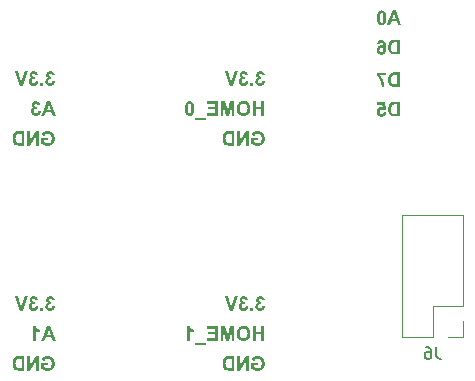
<source format=gbr>
%TF.GenerationSoftware,KiCad,Pcbnew,8.0.7*%
%TF.CreationDate,2024-12-10T11:40:38+09:00*%
%TF.ProjectId,STEP100-200-switch-id-shield,53544550-3130-4302-9d32-30302d737769,rev?*%
%TF.SameCoordinates,Original*%
%TF.FileFunction,Legend,Bot*%
%TF.FilePolarity,Positive*%
%FSLAX46Y46*%
G04 Gerber Fmt 4.6, Leading zero omitted, Abs format (unit mm)*
G04 Created by KiCad (PCBNEW 8.0.7) date 2024-12-10 11:40:38*
%MOMM*%
%LPD*%
G01*
G04 APERTURE LIST*
%ADD10C,0.200000*%
%ADD11C,0.150000*%
%ADD12C,0.120000*%
G04 APERTURE END LIST*
D10*
G36*
X170128073Y-107248000D02*
G01*
X169668799Y-107248000D01*
X169635868Y-107247596D01*
X169575088Y-107244372D01*
X169514812Y-107236892D01*
X169452791Y-107222207D01*
X169439482Y-107217740D01*
X169383868Y-107194973D01*
X169330288Y-107164565D01*
X169281332Y-107124901D01*
X169276113Y-107119704D01*
X169237100Y-107074564D01*
X169202959Y-107023085D01*
X169173691Y-106965268D01*
X169152079Y-106909479D01*
X169147572Y-106895689D01*
X169132450Y-106837299D01*
X169121981Y-106773744D01*
X169116638Y-106713896D01*
X169114856Y-106650093D01*
X169115024Y-106638662D01*
X169367208Y-106638662D01*
X169367597Y-106673055D01*
X169370712Y-106736289D01*
X169377937Y-106798582D01*
X169392121Y-106861998D01*
X169396866Y-106876926D01*
X169420404Y-106932267D01*
X169456015Y-106979528D01*
X169497003Y-107008267D01*
X169554200Y-107029939D01*
X169576797Y-107034508D01*
X169638314Y-107040278D01*
X169701919Y-107041663D01*
X169883928Y-107041663D01*
X169883928Y-106235076D01*
X169774312Y-106235076D01*
X169765084Y-106235087D01*
X169698163Y-106236003D01*
X169637547Y-106238785D01*
X169574131Y-106246799D01*
X169569868Y-106247760D01*
X169511629Y-106268635D01*
X169461290Y-106304245D01*
X169450464Y-106315318D01*
X169415414Y-106366143D01*
X169392121Y-106422068D01*
X169384944Y-106447294D01*
X169374239Y-106507321D01*
X169368765Y-106572259D01*
X169367208Y-106638662D01*
X169115024Y-106638662D01*
X169115475Y-106608085D01*
X169118720Y-106548284D01*
X169126023Y-106483387D01*
X169137113Y-106423735D01*
X169154424Y-106361984D01*
X169167676Y-106326327D01*
X169196002Y-106266615D01*
X169230077Y-106212653D01*
X169269902Y-106164441D01*
X169294361Y-106140364D01*
X169342102Y-106103084D01*
X169394619Y-106073594D01*
X169451912Y-106051893D01*
X169495967Y-106041763D01*
X169556258Y-106033827D01*
X169619387Y-106029847D01*
X169681988Y-106028739D01*
X170128073Y-106028739D01*
X170128073Y-107248000D01*
G37*
G36*
X168962742Y-106899221D02*
G01*
X168732079Y-106872842D01*
X168719165Y-106932661D01*
X168692895Y-106986115D01*
X168673461Y-107010009D01*
X168624628Y-107046193D01*
X168565442Y-107060372D01*
X168561500Y-107060421D01*
X168502219Y-107050323D01*
X168451577Y-107020029D01*
X168438695Y-107007665D01*
X168406055Y-106955710D01*
X168391434Y-106897920D01*
X168388283Y-106847930D01*
X168394170Y-106784973D01*
X168416310Y-106725930D01*
X168438108Y-106697867D01*
X168487484Y-106663606D01*
X168548416Y-106648531D01*
X168567948Y-106647748D01*
X168628226Y-106656907D01*
X168684497Y-106684385D01*
X168731716Y-106724776D01*
X168746734Y-106741538D01*
X168934605Y-106712521D01*
X168815903Y-106047497D01*
X168203635Y-106047497D01*
X168203635Y-106272591D01*
X168640341Y-106272591D01*
X168676685Y-106484203D01*
X168623073Y-106459841D01*
X168563640Y-106444797D01*
X168518415Y-106441412D01*
X168453226Y-106446755D01*
X168392552Y-106462786D01*
X168336394Y-106489503D01*
X168284753Y-106526908D01*
X168257271Y-106553080D01*
X168215473Y-106605004D01*
X168183941Y-106663323D01*
X168162675Y-106728038D01*
X168152618Y-106788598D01*
X168150000Y-106842654D01*
X168154137Y-106906022D01*
X168166549Y-106966362D01*
X168187236Y-107023671D01*
X168216197Y-107077952D01*
X168236461Y-107107609D01*
X168275521Y-107153457D01*
X168328305Y-107198218D01*
X168387539Y-107231788D01*
X168453223Y-107254168D01*
X168512888Y-107264271D01*
X168563845Y-107266757D01*
X168624429Y-107263254D01*
X168689614Y-107250311D01*
X168748881Y-107227831D01*
X168802230Y-107195814D01*
X168836713Y-107167106D01*
X168878807Y-107120227D01*
X168912768Y-107066784D01*
X168938593Y-107006778D01*
X168954256Y-106950120D01*
X168962742Y-106899221D01*
G37*
G36*
X170128073Y-104748000D02*
G01*
X169668799Y-104748000D01*
X169635868Y-104747596D01*
X169575088Y-104744372D01*
X169514812Y-104736892D01*
X169452791Y-104722207D01*
X169439482Y-104717740D01*
X169383868Y-104694973D01*
X169330288Y-104664565D01*
X169281332Y-104624901D01*
X169276113Y-104619704D01*
X169237100Y-104574564D01*
X169202959Y-104523085D01*
X169173691Y-104465268D01*
X169152079Y-104409479D01*
X169147572Y-104395689D01*
X169132450Y-104337299D01*
X169121981Y-104273744D01*
X169116638Y-104213896D01*
X169114856Y-104150093D01*
X169115024Y-104138662D01*
X169367208Y-104138662D01*
X169367597Y-104173055D01*
X169370712Y-104236289D01*
X169377937Y-104298582D01*
X169392121Y-104361998D01*
X169396866Y-104376926D01*
X169420404Y-104432267D01*
X169456015Y-104479528D01*
X169497003Y-104508267D01*
X169554200Y-104529939D01*
X169576797Y-104534508D01*
X169638314Y-104540278D01*
X169701919Y-104541663D01*
X169883928Y-104541663D01*
X169883928Y-103735076D01*
X169774312Y-103735076D01*
X169765084Y-103735087D01*
X169698163Y-103736003D01*
X169637547Y-103738785D01*
X169574131Y-103746799D01*
X169569868Y-103747760D01*
X169511629Y-103768635D01*
X169461290Y-103804245D01*
X169450464Y-103815318D01*
X169415414Y-103866143D01*
X169392121Y-103922068D01*
X169384944Y-103947294D01*
X169374239Y-104007321D01*
X169368765Y-104072259D01*
X169367208Y-104138662D01*
X169115024Y-104138662D01*
X169115475Y-104108085D01*
X169118720Y-104048284D01*
X169126023Y-103983387D01*
X169137113Y-103923735D01*
X169154424Y-103861984D01*
X169167676Y-103826327D01*
X169196002Y-103766615D01*
X169230077Y-103712653D01*
X169269902Y-103664441D01*
X169294361Y-103640364D01*
X169342102Y-103603084D01*
X169394619Y-103573594D01*
X169451912Y-103551893D01*
X169495967Y-103541763D01*
X169556258Y-103533827D01*
X169619387Y-103529847D01*
X169681988Y-103528739D01*
X170128073Y-103528739D01*
X170128073Y-104748000D01*
G37*
G36*
X168965966Y-103772591D02*
G01*
X168965966Y-103547497D01*
X168173740Y-103547497D01*
X168173740Y-103716318D01*
X168216850Y-103762942D01*
X168254048Y-103809358D01*
X168291472Y-103861730D01*
X168329123Y-103920058D01*
X168360672Y-103973213D01*
X168373335Y-103995634D01*
X168403852Y-104052986D01*
X168432022Y-104111468D01*
X168457845Y-104171081D01*
X168481321Y-104231824D01*
X168502450Y-104293698D01*
X168521232Y-104356703D01*
X168528087Y-104382221D01*
X168543349Y-104445093D01*
X168555977Y-104505846D01*
X168565972Y-104564482D01*
X168574490Y-104632049D01*
X168579216Y-104696565D01*
X168580258Y-104748000D01*
X168803593Y-104748000D01*
X168800695Y-104685273D01*
X168794929Y-104622245D01*
X168786296Y-104558914D01*
X168774797Y-104495281D01*
X168760431Y-104431346D01*
X168743198Y-104367109D01*
X168723099Y-104302569D01*
X168700132Y-104237727D01*
X168674706Y-104173527D01*
X168647229Y-104111057D01*
X168617700Y-104050318D01*
X168586120Y-103991311D01*
X168552487Y-103934034D01*
X168516803Y-103878489D01*
X168479068Y-103824675D01*
X168439281Y-103772591D01*
X168965966Y-103772591D01*
G37*
G36*
X170128073Y-101998000D02*
G01*
X169668799Y-101998000D01*
X169635868Y-101997596D01*
X169575088Y-101994372D01*
X169514812Y-101986892D01*
X169452791Y-101972207D01*
X169439482Y-101967740D01*
X169383868Y-101944973D01*
X169330288Y-101914565D01*
X169281332Y-101874901D01*
X169276113Y-101869704D01*
X169237100Y-101824564D01*
X169202959Y-101773085D01*
X169173691Y-101715268D01*
X169152079Y-101659479D01*
X169147572Y-101645689D01*
X169132450Y-101587299D01*
X169121981Y-101523744D01*
X169116638Y-101463896D01*
X169114856Y-101400093D01*
X169115024Y-101388662D01*
X169367208Y-101388662D01*
X169367597Y-101423055D01*
X169370712Y-101486289D01*
X169377937Y-101548582D01*
X169392121Y-101611998D01*
X169396866Y-101626926D01*
X169420404Y-101682267D01*
X169456015Y-101729528D01*
X169497003Y-101758267D01*
X169554200Y-101779939D01*
X169576797Y-101784508D01*
X169638314Y-101790278D01*
X169701919Y-101791663D01*
X169883928Y-101791663D01*
X169883928Y-100985076D01*
X169774312Y-100985076D01*
X169765084Y-100985087D01*
X169698163Y-100986003D01*
X169637547Y-100988785D01*
X169574131Y-100996799D01*
X169569868Y-100997760D01*
X169511629Y-101018635D01*
X169461290Y-101054245D01*
X169450464Y-101065318D01*
X169415414Y-101116143D01*
X169392121Y-101172068D01*
X169384944Y-101197294D01*
X169374239Y-101257321D01*
X169368765Y-101322259D01*
X169367208Y-101388662D01*
X169115024Y-101388662D01*
X169115475Y-101358085D01*
X169118720Y-101298284D01*
X169126023Y-101233387D01*
X169137113Y-101173735D01*
X169154424Y-101111984D01*
X169167676Y-101076327D01*
X169196002Y-101016615D01*
X169230077Y-100962653D01*
X169269902Y-100914441D01*
X169294361Y-100890364D01*
X169342102Y-100853084D01*
X169394619Y-100823594D01*
X169451912Y-100801893D01*
X169495967Y-100791763D01*
X169556258Y-100783827D01*
X169619387Y-100779847D01*
X169681988Y-100778739D01*
X170128073Y-100778739D01*
X170128073Y-101998000D01*
G37*
G36*
X168548501Y-100779315D02*
G01*
X168617737Y-100787953D01*
X168681821Y-100806957D01*
X168740753Y-100836327D01*
X168794533Y-100876063D01*
X168843161Y-100926164D01*
X168865107Y-100955387D01*
X168896888Y-101011362D01*
X168922672Y-101076425D01*
X168938982Y-101135018D01*
X168951455Y-101199427D01*
X168960090Y-101269652D01*
X168964887Y-101345693D01*
X168965966Y-101406541D01*
X168965851Y-101426678D01*
X168963089Y-101503665D01*
X168956646Y-101574955D01*
X168946521Y-101640548D01*
X168932713Y-101700444D01*
X168910276Y-101767302D01*
X168882086Y-101825259D01*
X168848143Y-101874315D01*
X168833160Y-101891564D01*
X168785147Y-101936633D01*
X168732538Y-101971688D01*
X168675334Y-101996726D01*
X168613534Y-102011750D01*
X168547138Y-102016757D01*
X168495342Y-102014081D01*
X168437173Y-102003805D01*
X168374804Y-101982074D01*
X168318354Y-101949853D01*
X168267822Y-101907141D01*
X168230869Y-101863511D01*
X168197419Y-101806227D01*
X168174376Y-101742071D01*
X168162908Y-101681611D01*
X168159786Y-101628118D01*
X168385645Y-101628118D01*
X168386690Y-101657111D01*
X168397722Y-101715892D01*
X168428436Y-101767923D01*
X168476650Y-101799796D01*
X168535708Y-101810421D01*
X168548106Y-101809965D01*
X168606156Y-101794007D01*
X168654410Y-101758544D01*
X168677106Y-101729729D01*
X168700157Y-101671263D01*
X168706287Y-101610533D01*
X168705568Y-101589577D01*
X168693300Y-101530578D01*
X168660272Y-101479814D01*
X168657357Y-101477073D01*
X168605279Y-101445053D01*
X168547138Y-101435264D01*
X168538583Y-101435446D01*
X168480180Y-101448416D01*
X168431953Y-101481866D01*
X168411693Y-101508372D01*
X168391117Y-101565744D01*
X168385645Y-101628118D01*
X168159786Y-101628118D01*
X168159085Y-101616101D01*
X168161611Y-101564158D01*
X168171311Y-101505906D01*
X168191821Y-101443571D01*
X168222233Y-101387295D01*
X168262547Y-101337078D01*
X168289062Y-101311731D01*
X168338594Y-101275504D01*
X168392109Y-101249628D01*
X168449607Y-101234103D01*
X168511088Y-101228928D01*
X168572784Y-101235321D01*
X168629204Y-101254500D01*
X168680348Y-101286465D01*
X168726217Y-101331217D01*
X168724422Y-101305399D01*
X168717278Y-101234680D01*
X168707496Y-101174058D01*
X168690350Y-101108936D01*
X168662323Y-101052780D01*
X168645927Y-101033275D01*
X168598140Y-100998035D01*
X168538346Y-100985076D01*
X168502721Y-100988885D01*
X168448367Y-101017316D01*
X168420376Y-101058055D01*
X168405575Y-101116381D01*
X168181360Y-101092347D01*
X168184694Y-101073507D01*
X168200402Y-101012038D01*
X168222393Y-100957525D01*
X168255219Y-100903743D01*
X168296252Y-100859046D01*
X168344356Y-100823912D01*
X168398394Y-100798816D01*
X168458368Y-100783758D01*
X168524277Y-100778739D01*
X168548501Y-100779315D01*
G37*
G36*
X170250000Y-99498000D02*
G01*
X169991200Y-99498000D01*
X169891549Y-99216632D01*
X169408241Y-99216632D01*
X169302728Y-99498000D01*
X169037480Y-99498000D01*
X169231038Y-99010295D01*
X169486789Y-99010295D01*
X169816517Y-99010295D01*
X169653265Y-98578865D01*
X169486789Y-99010295D01*
X169231038Y-99010295D01*
X169521374Y-98278739D01*
X169779295Y-98278739D01*
X170250000Y-99498000D01*
G37*
G36*
X168627370Y-98281766D02*
G01*
X168685952Y-98293389D01*
X168747421Y-98317967D01*
X168801484Y-98354409D01*
X168848143Y-98402717D01*
X168882340Y-98454474D01*
X168910740Y-98515591D01*
X168929287Y-98571224D01*
X168944125Y-98632846D01*
X168955253Y-98700459D01*
X168962672Y-98774061D01*
X168965802Y-98833194D01*
X168966845Y-98895697D01*
X168966740Y-98917306D01*
X168965160Y-98979635D01*
X168960104Y-99056915D01*
X168951678Y-99127537D01*
X168939881Y-99191499D01*
X168920395Y-99262089D01*
X168895642Y-99322274D01*
X168858988Y-99380763D01*
X168845202Y-99397231D01*
X168800644Y-99440260D01*
X168751285Y-99473728D01*
X168697123Y-99497633D01*
X168638160Y-99511976D01*
X168574396Y-99516757D01*
X168521506Y-99513731D01*
X168463007Y-99502108D01*
X168401608Y-99477530D01*
X168347586Y-99441087D01*
X168300942Y-99392780D01*
X168266745Y-99340979D01*
X168238345Y-99279733D01*
X168219798Y-99223936D01*
X168204960Y-99162094D01*
X168193832Y-99094207D01*
X168186413Y-99020274D01*
X168183283Y-98960858D01*
X168182240Y-98898041D01*
X168424333Y-98898041D01*
X168424709Y-98947821D01*
X168426680Y-99015450D01*
X168430341Y-99074629D01*
X168436749Y-99132992D01*
X168448367Y-99191133D01*
X168463919Y-99235701D01*
X168499364Y-99284336D01*
X168516474Y-99295748D01*
X168574396Y-99310421D01*
X168594784Y-99308827D01*
X168649134Y-99284922D01*
X168682210Y-99239677D01*
X168703063Y-99182047D01*
X168710334Y-99148487D01*
X168717689Y-99089603D01*
X168721930Y-99024826D01*
X168723936Y-98959457D01*
X168724459Y-98898041D01*
X168724083Y-98848317D01*
X168722112Y-98780702D01*
X168718450Y-98721454D01*
X168712043Y-98662906D01*
X168700425Y-98604364D01*
X168684873Y-98559796D01*
X168649427Y-98511161D01*
X168632318Y-98499748D01*
X168574396Y-98485076D01*
X168554026Y-98486706D01*
X168499951Y-98511161D01*
X168466638Y-98556735D01*
X168445729Y-98614622D01*
X168438458Y-98648072D01*
X168431103Y-98706810D01*
X168426861Y-98771458D01*
X168424855Y-98836717D01*
X168424333Y-98898041D01*
X168182240Y-98898041D01*
X168182700Y-98855722D01*
X168185116Y-98795110D01*
X168191560Y-98719648D01*
X168201685Y-98650305D01*
X168215492Y-98587079D01*
X168237929Y-98516652D01*
X168266119Y-98455784D01*
X168300062Y-98404475D01*
X168339891Y-98361745D01*
X168393129Y-98323066D01*
X168453661Y-98296421D01*
X168511349Y-98283160D01*
X168574396Y-98278739D01*
X168627370Y-98281766D01*
G37*
G36*
X140970000Y-126228000D02*
G01*
X140711200Y-126228000D01*
X140611549Y-125946632D01*
X140128241Y-125946632D01*
X140022728Y-126228000D01*
X139757480Y-126228000D01*
X139951038Y-125740295D01*
X140206789Y-125740295D01*
X140536517Y-125740295D01*
X140373265Y-125308865D01*
X140206789Y-125740295D01*
X139951038Y-125740295D01*
X140241374Y-125008739D01*
X140499295Y-125008739D01*
X140970000Y-126228000D01*
G37*
G36*
X139093335Y-126228000D02*
G01*
X139324877Y-126228000D01*
X139324877Y-125345794D01*
X139374065Y-125391166D01*
X139426447Y-125431881D01*
X139482024Y-125467938D01*
X139540794Y-125499338D01*
X139602759Y-125526080D01*
X139624124Y-125533959D01*
X139624124Y-125308865D01*
X139565975Y-125285635D01*
X139510998Y-125256016D01*
X139460027Y-125222759D01*
X139427166Y-125198662D01*
X139378147Y-125156237D01*
X139337480Y-125110442D01*
X139305167Y-125061276D01*
X139281207Y-125008739D01*
X139093335Y-125008739D01*
X139093335Y-126228000D01*
G37*
G36*
X158065045Y-128317811D02*
G01*
X158065045Y-128111475D01*
X157538946Y-128111475D01*
X157538946Y-128601524D01*
X157587565Y-128641513D01*
X157639891Y-128674724D01*
X157692709Y-128701981D01*
X157752090Y-128727554D01*
X157761109Y-128731070D01*
X157824892Y-128752768D01*
X157889040Y-128769138D01*
X157953552Y-128780177D01*
X158018430Y-128785887D01*
X158055666Y-128786757D01*
X158125067Y-128783944D01*
X158191047Y-128775505D01*
X158253606Y-128761440D01*
X158312744Y-128741750D01*
X158368461Y-128716433D01*
X158386273Y-128706743D01*
X158436677Y-128674327D01*
X158482155Y-128637088D01*
X158528988Y-128587548D01*
X158563795Y-128539862D01*
X158593677Y-128487352D01*
X158598178Y-128478132D01*
X158622283Y-128421381D01*
X158641400Y-128362796D01*
X158655530Y-128302377D01*
X158664673Y-128240124D01*
X158668829Y-128176036D01*
X158669106Y-128154266D01*
X158666324Y-128084539D01*
X158657978Y-128017800D01*
X158644068Y-127954049D01*
X158624593Y-127893286D01*
X158599554Y-127835512D01*
X158589972Y-127816918D01*
X158557720Y-127763945D01*
X158520317Y-127715815D01*
X158477761Y-127672528D01*
X158430054Y-127634084D01*
X158377194Y-127600482D01*
X158358429Y-127590358D01*
X158296715Y-127563943D01*
X158236915Y-127547021D01*
X158171702Y-127535878D01*
X158111495Y-127530925D01*
X158069148Y-127529981D01*
X158001218Y-127532414D01*
X157938110Y-127539713D01*
X157879825Y-127551877D01*
X157816249Y-127572897D01*
X157759619Y-127600924D01*
X157717732Y-127629632D01*
X157673424Y-127669681D01*
X157635464Y-127715087D01*
X157603852Y-127765851D01*
X157578586Y-127821974D01*
X157559668Y-127883454D01*
X157554773Y-127905138D01*
X157797159Y-127942654D01*
X157817504Y-127886858D01*
X157850065Y-127834540D01*
X157893293Y-127791712D01*
X157945809Y-127760174D01*
X158006637Y-127741727D01*
X158069148Y-127736318D01*
X158136019Y-127741240D01*
X158196606Y-127756009D01*
X158250911Y-127780622D01*
X158298932Y-127815081D01*
X158323551Y-127839193D01*
X158360325Y-127888855D01*
X158388066Y-127948082D01*
X158404655Y-128006461D01*
X158414609Y-128071867D01*
X158417835Y-128131741D01*
X158417927Y-128144301D01*
X158415594Y-128209783D01*
X158408596Y-128269941D01*
X158394040Y-128335103D01*
X158372766Y-128392600D01*
X158339455Y-128449990D01*
X158322379Y-128471391D01*
X158277616Y-128513874D01*
X158227186Y-128545923D01*
X158171091Y-128567538D01*
X158109329Y-128578717D01*
X158071493Y-128580421D01*
X158009242Y-128575342D01*
X157951609Y-128561638D01*
X157917913Y-128549646D01*
X157863151Y-128524711D01*
X157810708Y-128493511D01*
X157785436Y-128474908D01*
X157785436Y-128317811D01*
X158065045Y-128317811D01*
G37*
G36*
X157318541Y-128768000D02*
G01*
X157318541Y-127548739D01*
X157081137Y-127548739D01*
X156586692Y-128372619D01*
X156586692Y-127548739D01*
X156360132Y-127548739D01*
X156360132Y-128768000D01*
X156604863Y-128768000D01*
X157091981Y-127956429D01*
X157091981Y-128768000D01*
X157318541Y-128768000D01*
G37*
G36*
X156109832Y-128768000D02*
G01*
X155650558Y-128768000D01*
X155617626Y-128767596D01*
X155556846Y-128764372D01*
X155496571Y-128756892D01*
X155434549Y-128742207D01*
X155421240Y-128737740D01*
X155365627Y-128714973D01*
X155312046Y-128684565D01*
X155263091Y-128644901D01*
X155257872Y-128639704D01*
X155218858Y-128594564D01*
X155184718Y-128543085D01*
X155155450Y-128485268D01*
X155133838Y-128429479D01*
X155129330Y-128415689D01*
X155114208Y-128357299D01*
X155103740Y-128293744D01*
X155098396Y-128233896D01*
X155096615Y-128170093D01*
X155096783Y-128158662D01*
X155348967Y-128158662D01*
X155349356Y-128193055D01*
X155352470Y-128256289D01*
X155359696Y-128318582D01*
X155373879Y-128381998D01*
X155378624Y-128396926D01*
X155402163Y-128452267D01*
X155437773Y-128499528D01*
X155478762Y-128528267D01*
X155535959Y-128549939D01*
X155558555Y-128554508D01*
X155620072Y-128560278D01*
X155683677Y-128561663D01*
X155865687Y-128561663D01*
X155865687Y-127755076D01*
X155756071Y-127755076D01*
X155746843Y-127755087D01*
X155679922Y-127756003D01*
X155619306Y-127758785D01*
X155555889Y-127766799D01*
X155551627Y-127767760D01*
X155493387Y-127788635D01*
X155443049Y-127824245D01*
X155432223Y-127835318D01*
X155397172Y-127886143D01*
X155373879Y-127942068D01*
X155366702Y-127967294D01*
X155355998Y-128027321D01*
X155350524Y-128092259D01*
X155348967Y-128158662D01*
X155096783Y-128158662D01*
X155097233Y-128128085D01*
X155100479Y-128068284D01*
X155107782Y-128003387D01*
X155118872Y-127943735D01*
X155136182Y-127881984D01*
X155149434Y-127846327D01*
X155177760Y-127786615D01*
X155211835Y-127732653D01*
X155251660Y-127684441D01*
X155276119Y-127660364D01*
X155323860Y-127623084D01*
X155376377Y-127593594D01*
X155433670Y-127571893D01*
X155477725Y-127561763D01*
X155538017Y-127553827D01*
X155601146Y-127549847D01*
X155663747Y-127548739D01*
X156109832Y-127548739D01*
X156109832Y-128768000D01*
G37*
G36*
X140970000Y-107178000D02*
G01*
X140711200Y-107178000D01*
X140611549Y-106896632D01*
X140128241Y-106896632D01*
X140022728Y-107178000D01*
X139757480Y-107178000D01*
X139951038Y-106690295D01*
X140206789Y-106690295D01*
X140536517Y-106690295D01*
X140373265Y-106258865D01*
X140206789Y-106690295D01*
X139951038Y-106690295D01*
X140241374Y-105958739D01*
X140499295Y-105958739D01*
X140970000Y-107178000D01*
G37*
G36*
X139694173Y-106831859D02*
G01*
X139469958Y-106802842D01*
X139458242Y-106860453D01*
X139433413Y-106915500D01*
X139412219Y-106942354D01*
X139363876Y-106976855D01*
X139306774Y-106990233D01*
X139298499Y-106990421D01*
X139240244Y-106979930D01*
X139190628Y-106948459D01*
X139178039Y-106935613D01*
X139146158Y-106884745D01*
X139131155Y-106826541D01*
X139128799Y-106787602D01*
X139135435Y-106726767D01*
X139157600Y-106672397D01*
X139175987Y-106648090D01*
X139224459Y-106611065D01*
X139281946Y-106596708D01*
X139290293Y-106596506D01*
X139349292Y-106602602D01*
X139396685Y-106613799D01*
X139371186Y-106427685D01*
X139311803Y-106424380D01*
X139255286Y-106407792D01*
X139227864Y-106390756D01*
X139190715Y-106345034D01*
X139178332Y-106286415D01*
X139191144Y-106228591D01*
X139214675Y-106198195D01*
X139269240Y-106169733D01*
X139311102Y-106165076D01*
X139369209Y-106175912D01*
X139412512Y-106203471D01*
X139447779Y-106253963D01*
X139463510Y-106315138D01*
X139676880Y-106281433D01*
X139662565Y-106222025D01*
X139642473Y-106164391D01*
X139615279Y-106111177D01*
X139609762Y-106102647D01*
X139571143Y-106056348D01*
X139522549Y-106018127D01*
X139484612Y-105997134D01*
X139426948Y-105975275D01*
X139364782Y-105962489D01*
X139304361Y-105958739D01*
X139242774Y-105962480D01*
X139176939Y-105976298D01*
X139117584Y-106000299D01*
X139064708Y-106034481D01*
X139030907Y-106065131D01*
X138989820Y-106115904D01*
X138962179Y-106170294D01*
X138947985Y-106228300D01*
X138945910Y-106262089D01*
X138954227Y-106327162D01*
X138979177Y-106386205D01*
X139020761Y-106439217D01*
X139069643Y-106479856D01*
X139119713Y-106510337D01*
X139058931Y-106530150D01*
X139006278Y-106561010D01*
X138961753Y-106602919D01*
X138953824Y-106612626D01*
X138920902Y-106665320D01*
X138900174Y-106724482D01*
X138891944Y-106783258D01*
X138891395Y-106804015D01*
X138895486Y-106863435D01*
X138910599Y-106928486D01*
X138936847Y-106988937D01*
X138974232Y-107044788D01*
X139007752Y-107081866D01*
X139053286Y-107120911D01*
X139111487Y-107156253D01*
X139175158Y-107180601D01*
X139234087Y-107192718D01*
X139297034Y-107196757D01*
X139356515Y-107193213D01*
X139420962Y-107180118D01*
X139480078Y-107157373D01*
X139533866Y-107124980D01*
X139569023Y-107095934D01*
X139611877Y-107048736D01*
X139646063Y-106995620D01*
X139671582Y-106936585D01*
X139688434Y-106871632D01*
X139694173Y-106831859D01*
G37*
G36*
X158626315Y-107178000D02*
G01*
X158626315Y-105958739D01*
X158382463Y-105958739D01*
X158382463Y-106446443D01*
X157904138Y-106446443D01*
X157904138Y-105958739D01*
X157660286Y-105958739D01*
X157660286Y-107178000D01*
X157904138Y-107178000D01*
X157904138Y-106652780D01*
X158382463Y-106652780D01*
X158382463Y-107178000D01*
X158626315Y-107178000D01*
G37*
G36*
X156898370Y-105940169D02*
G01*
X156960290Y-105943784D01*
X157018928Y-105951998D01*
X157081925Y-105967019D01*
X157140635Y-105988048D01*
X157145916Y-105990320D01*
X157202307Y-106020224D01*
X157250868Y-106055224D01*
X157296852Y-106097665D01*
X157305638Y-106106936D01*
X157346064Y-106155559D01*
X157380651Y-106207961D01*
X157409399Y-106264140D01*
X157430869Y-106322125D01*
X157447066Y-106385804D01*
X157456752Y-106444918D01*
X157462563Y-106508216D01*
X157464501Y-106575697D01*
X157464345Y-106593710D01*
X157460615Y-106663331D01*
X157451912Y-106729059D01*
X157438235Y-106790894D01*
X157419585Y-106848837D01*
X157389278Y-106915791D01*
X157351200Y-106976664D01*
X157305352Y-107031454D01*
X157252920Y-107079075D01*
X157195093Y-107118626D01*
X157131871Y-107150104D01*
X157063254Y-107173512D01*
X157004475Y-107186426D01*
X156942244Y-107194174D01*
X156876559Y-107196757D01*
X156811699Y-107194161D01*
X156750182Y-107186371D01*
X156692008Y-107173388D01*
X156623991Y-107149856D01*
X156561199Y-107118210D01*
X156503629Y-107078449D01*
X156451284Y-107030575D01*
X156432012Y-107009301D01*
X156389272Y-106951741D01*
X156354302Y-106887926D01*
X156331922Y-106832371D01*
X156314515Y-106772814D01*
X156302082Y-106709255D01*
X156294622Y-106641693D01*
X156292135Y-106570128D01*
X156292235Y-106564266D01*
X156544487Y-106564266D01*
X156544578Y-106577480D01*
X156547774Y-106640430D01*
X156557634Y-106709113D01*
X156574069Y-106770315D01*
X156601552Y-106832263D01*
X156637983Y-106884029D01*
X156649875Y-106896912D01*
X156694724Y-106935459D01*
X156752129Y-106967044D01*
X156816092Y-106985330D01*
X156877438Y-106990421D01*
X156895484Y-106990002D01*
X156955507Y-106981936D01*
X157018127Y-106960146D01*
X157074374Y-106924948D01*
X157118360Y-106883150D01*
X157129823Y-106869311D01*
X157164122Y-106814692D01*
X157186310Y-106760219D01*
X157201842Y-106698676D01*
X157210717Y-106630065D01*
X157213028Y-106567490D01*
X157212938Y-106554387D01*
X157209782Y-106491986D01*
X157200045Y-106423962D01*
X157183816Y-106363419D01*
X157156678Y-106302241D01*
X157120704Y-106251244D01*
X157108935Y-106238538D01*
X157057278Y-106195912D01*
X156998293Y-106166401D01*
X156940671Y-106151339D01*
X156877438Y-106146318D01*
X156858840Y-106146723D01*
X156797405Y-106154525D01*
X156734166Y-106175600D01*
X156678364Y-106209644D01*
X156635638Y-106250072D01*
X156630030Y-106256643D01*
X156595759Y-106308507D01*
X156570212Y-106370637D01*
X156555257Y-106432063D01*
X156546712Y-106501031D01*
X156544487Y-106564266D01*
X156292235Y-106564266D01*
X156292761Y-106533525D01*
X156297771Y-106463375D01*
X156307791Y-106397301D01*
X156322821Y-106335303D01*
X156342861Y-106277381D01*
X156367912Y-106223535D01*
X156406270Y-106161958D01*
X156452456Y-106106750D01*
X156505168Y-106058707D01*
X156563104Y-106018806D01*
X156626263Y-105987048D01*
X156694646Y-105963433D01*
X156753113Y-105950404D01*
X156814923Y-105942587D01*
X156880076Y-105939981D01*
X156898370Y-105940169D01*
G37*
G36*
X156112177Y-107178000D02*
G01*
X156112177Y-105958739D01*
X155746985Y-105958739D01*
X155527752Y-106790533D01*
X155310865Y-105958739D01*
X154945087Y-105958739D01*
X154945087Y-107178000D01*
X155171646Y-107178000D01*
X155171646Y-106218125D01*
X155411688Y-107178000D01*
X155646454Y-107178000D01*
X155885617Y-106218125D01*
X155885617Y-107178000D01*
X156112177Y-107178000D01*
G37*
G36*
X154710321Y-107178000D02*
G01*
X154710321Y-105958739D01*
X153814340Y-105958739D01*
X153814340Y-106165076D01*
X154466175Y-106165076D01*
X154466175Y-106427685D01*
X153859476Y-106427685D01*
X153859476Y-106634022D01*
X154466175Y-106634022D01*
X154466175Y-106971663D01*
X153791186Y-106971663D01*
X153791186Y-107178000D01*
X154710321Y-107178000D01*
G37*
G36*
X153729050Y-107515641D02*
G01*
X153729050Y-107365578D01*
X152766245Y-107365578D01*
X152766245Y-107515641D01*
X153729050Y-107515641D01*
G37*
G36*
X152368738Y-105961766D02*
G01*
X152427319Y-105973389D01*
X152488788Y-105997967D01*
X152542852Y-106034409D01*
X152589511Y-106082717D01*
X152623707Y-106134474D01*
X152652108Y-106195591D01*
X152670655Y-106251224D01*
X152685493Y-106312846D01*
X152696621Y-106380459D01*
X152704040Y-106454061D01*
X152707170Y-106513194D01*
X152708213Y-106575697D01*
X152708108Y-106597306D01*
X152706528Y-106659635D01*
X152701472Y-106736915D01*
X152693046Y-106807537D01*
X152681249Y-106871499D01*
X152661763Y-106942089D01*
X152637010Y-107002274D01*
X152600355Y-107060763D01*
X152586570Y-107077231D01*
X152542012Y-107120260D01*
X152492652Y-107153728D01*
X152438491Y-107177633D01*
X152379528Y-107191976D01*
X152315764Y-107196757D01*
X152262874Y-107193731D01*
X152204375Y-107182108D01*
X152142976Y-107157530D01*
X152088954Y-107121087D01*
X152042309Y-107072780D01*
X152008113Y-107020979D01*
X151979713Y-106959733D01*
X151961165Y-106903936D01*
X151946328Y-106842094D01*
X151935199Y-106774207D01*
X151927780Y-106700274D01*
X151924651Y-106640858D01*
X151923607Y-106578041D01*
X152165701Y-106578041D01*
X152166076Y-106627821D01*
X152168048Y-106695450D01*
X152171709Y-106754629D01*
X152178117Y-106812992D01*
X152189734Y-106871133D01*
X152205286Y-106915701D01*
X152240732Y-106964336D01*
X152257841Y-106975748D01*
X152315764Y-106990421D01*
X152336152Y-106988827D01*
X152390502Y-106964922D01*
X152423578Y-106919677D01*
X152444431Y-106862047D01*
X152451702Y-106828487D01*
X152459057Y-106769603D01*
X152463298Y-106704826D01*
X152465304Y-106639457D01*
X152465826Y-106578041D01*
X152465451Y-106528317D01*
X152463479Y-106460702D01*
X152459818Y-106401454D01*
X152453411Y-106342906D01*
X152441793Y-106284364D01*
X152426241Y-106239796D01*
X152390795Y-106191161D01*
X152373686Y-106179748D01*
X152315764Y-106165076D01*
X152295394Y-106166706D01*
X152241318Y-106191161D01*
X152208006Y-106236735D01*
X152187096Y-106294622D01*
X152179825Y-106328072D01*
X152172471Y-106386810D01*
X152168229Y-106451458D01*
X152166223Y-106516717D01*
X152165701Y-106578041D01*
X151923607Y-106578041D01*
X151924068Y-106535722D01*
X151926484Y-106475110D01*
X151932927Y-106399648D01*
X151943053Y-106330305D01*
X151956860Y-106267079D01*
X151979297Y-106196652D01*
X152007487Y-106135784D01*
X152041430Y-106084475D01*
X152081258Y-106041745D01*
X152134497Y-106003066D01*
X152195028Y-105976421D01*
X152252717Y-105963160D01*
X152315764Y-105958739D01*
X152368738Y-105961766D01*
G37*
G36*
X140285045Y-109267811D02*
G01*
X140285045Y-109061475D01*
X139758946Y-109061475D01*
X139758946Y-109551524D01*
X139807565Y-109591513D01*
X139859891Y-109624724D01*
X139912709Y-109651981D01*
X139972090Y-109677554D01*
X139981109Y-109681070D01*
X140044892Y-109702768D01*
X140109040Y-109719138D01*
X140173552Y-109730177D01*
X140238430Y-109735887D01*
X140275666Y-109736757D01*
X140345067Y-109733944D01*
X140411047Y-109725505D01*
X140473606Y-109711440D01*
X140532744Y-109691750D01*
X140588461Y-109666433D01*
X140606273Y-109656743D01*
X140656677Y-109624327D01*
X140702155Y-109587088D01*
X140748988Y-109537548D01*
X140783795Y-109489862D01*
X140813677Y-109437352D01*
X140818178Y-109428132D01*
X140842283Y-109371381D01*
X140861400Y-109312796D01*
X140875530Y-109252377D01*
X140884673Y-109190124D01*
X140888829Y-109126036D01*
X140889106Y-109104266D01*
X140886324Y-109034539D01*
X140877978Y-108967800D01*
X140864068Y-108904049D01*
X140844593Y-108843286D01*
X140819554Y-108785512D01*
X140809972Y-108766918D01*
X140777720Y-108713945D01*
X140740317Y-108665815D01*
X140697761Y-108622528D01*
X140650054Y-108584084D01*
X140597194Y-108550482D01*
X140578429Y-108540358D01*
X140516715Y-108513943D01*
X140456915Y-108497021D01*
X140391702Y-108485878D01*
X140331495Y-108480925D01*
X140289148Y-108479981D01*
X140221218Y-108482414D01*
X140158110Y-108489713D01*
X140099825Y-108501877D01*
X140036249Y-108522897D01*
X139979619Y-108550924D01*
X139937732Y-108579632D01*
X139893424Y-108619681D01*
X139855464Y-108665087D01*
X139823852Y-108715851D01*
X139798586Y-108771974D01*
X139779668Y-108833454D01*
X139774773Y-108855138D01*
X140017159Y-108892654D01*
X140037504Y-108836858D01*
X140070065Y-108784540D01*
X140113293Y-108741712D01*
X140165809Y-108710174D01*
X140226637Y-108691727D01*
X140289148Y-108686318D01*
X140356019Y-108691240D01*
X140416606Y-108706009D01*
X140470911Y-108730622D01*
X140518932Y-108765081D01*
X140543551Y-108789193D01*
X140580325Y-108838855D01*
X140608066Y-108898082D01*
X140624655Y-108956461D01*
X140634609Y-109021867D01*
X140637835Y-109081741D01*
X140637927Y-109094301D01*
X140635594Y-109159783D01*
X140628596Y-109219941D01*
X140614040Y-109285103D01*
X140592766Y-109342600D01*
X140559455Y-109399990D01*
X140542379Y-109421391D01*
X140497616Y-109463874D01*
X140447186Y-109495923D01*
X140391091Y-109517538D01*
X140329329Y-109528717D01*
X140291493Y-109530421D01*
X140229242Y-109525342D01*
X140171609Y-109511638D01*
X140137913Y-109499646D01*
X140083151Y-109474711D01*
X140030708Y-109443511D01*
X140005436Y-109424908D01*
X140005436Y-109267811D01*
X140285045Y-109267811D01*
G37*
G36*
X139538541Y-109718000D02*
G01*
X139538541Y-108498739D01*
X139301137Y-108498739D01*
X138806692Y-109322619D01*
X138806692Y-108498739D01*
X138580132Y-108498739D01*
X138580132Y-109718000D01*
X138824863Y-109718000D01*
X139311981Y-108906429D01*
X139311981Y-109718000D01*
X139538541Y-109718000D01*
G37*
G36*
X138329832Y-109718000D02*
G01*
X137870558Y-109718000D01*
X137837626Y-109717596D01*
X137776846Y-109714372D01*
X137716571Y-109706892D01*
X137654549Y-109692207D01*
X137641240Y-109687740D01*
X137585627Y-109664973D01*
X137532046Y-109634565D01*
X137483091Y-109594901D01*
X137477872Y-109589704D01*
X137438858Y-109544564D01*
X137404718Y-109493085D01*
X137375450Y-109435268D01*
X137353838Y-109379479D01*
X137349330Y-109365689D01*
X137334208Y-109307299D01*
X137323740Y-109243744D01*
X137318396Y-109183896D01*
X137316615Y-109120093D01*
X137316783Y-109108662D01*
X137568967Y-109108662D01*
X137569356Y-109143055D01*
X137572470Y-109206289D01*
X137579696Y-109268582D01*
X137593879Y-109331998D01*
X137598624Y-109346926D01*
X137622163Y-109402267D01*
X137657773Y-109449528D01*
X137698762Y-109478267D01*
X137755959Y-109499939D01*
X137778555Y-109504508D01*
X137840072Y-109510278D01*
X137903677Y-109511663D01*
X138085687Y-109511663D01*
X138085687Y-108705076D01*
X137976071Y-108705076D01*
X137966843Y-108705087D01*
X137899922Y-108706003D01*
X137839306Y-108708785D01*
X137775889Y-108716799D01*
X137771627Y-108717760D01*
X137713387Y-108738635D01*
X137663049Y-108774245D01*
X137652223Y-108785318D01*
X137617172Y-108836143D01*
X137593879Y-108892068D01*
X137586702Y-108917294D01*
X137575998Y-108977321D01*
X137570524Y-109042259D01*
X137568967Y-109108662D01*
X137316783Y-109108662D01*
X137317233Y-109078085D01*
X137320479Y-109018284D01*
X137327782Y-108953387D01*
X137338872Y-108893735D01*
X137356182Y-108831984D01*
X137369434Y-108796327D01*
X137397760Y-108736615D01*
X137431835Y-108682653D01*
X137471660Y-108634441D01*
X137496119Y-108610364D01*
X137543860Y-108573084D01*
X137596377Y-108543594D01*
X137653670Y-108521893D01*
X137697725Y-108511763D01*
X137758017Y-108503827D01*
X137821146Y-108499847D01*
X137883747Y-108498739D01*
X138329832Y-108498739D01*
X138329832Y-109718000D01*
G37*
G36*
X140285045Y-128317811D02*
G01*
X140285045Y-128111475D01*
X139758946Y-128111475D01*
X139758946Y-128601524D01*
X139807565Y-128641513D01*
X139859891Y-128674724D01*
X139912709Y-128701981D01*
X139972090Y-128727554D01*
X139981109Y-128731070D01*
X140044892Y-128752768D01*
X140109040Y-128769138D01*
X140173552Y-128780177D01*
X140238430Y-128785887D01*
X140275666Y-128786757D01*
X140345067Y-128783944D01*
X140411047Y-128775505D01*
X140473606Y-128761440D01*
X140532744Y-128741750D01*
X140588461Y-128716433D01*
X140606273Y-128706743D01*
X140656677Y-128674327D01*
X140702155Y-128637088D01*
X140748988Y-128587548D01*
X140783795Y-128539862D01*
X140813677Y-128487352D01*
X140818178Y-128478132D01*
X140842283Y-128421381D01*
X140861400Y-128362796D01*
X140875530Y-128302377D01*
X140884673Y-128240124D01*
X140888829Y-128176036D01*
X140889106Y-128154266D01*
X140886324Y-128084539D01*
X140877978Y-128017800D01*
X140864068Y-127954049D01*
X140844593Y-127893286D01*
X140819554Y-127835512D01*
X140809972Y-127816918D01*
X140777720Y-127763945D01*
X140740317Y-127715815D01*
X140697761Y-127672528D01*
X140650054Y-127634084D01*
X140597194Y-127600482D01*
X140578429Y-127590358D01*
X140516715Y-127563943D01*
X140456915Y-127547021D01*
X140391702Y-127535878D01*
X140331495Y-127530925D01*
X140289148Y-127529981D01*
X140221218Y-127532414D01*
X140158110Y-127539713D01*
X140099825Y-127551877D01*
X140036249Y-127572897D01*
X139979619Y-127600924D01*
X139937732Y-127629632D01*
X139893424Y-127669681D01*
X139855464Y-127715087D01*
X139823852Y-127765851D01*
X139798586Y-127821974D01*
X139779668Y-127883454D01*
X139774773Y-127905138D01*
X140017159Y-127942654D01*
X140037504Y-127886858D01*
X140070065Y-127834540D01*
X140113293Y-127791712D01*
X140165809Y-127760174D01*
X140226637Y-127741727D01*
X140289148Y-127736318D01*
X140356019Y-127741240D01*
X140416606Y-127756009D01*
X140470911Y-127780622D01*
X140518932Y-127815081D01*
X140543551Y-127839193D01*
X140580325Y-127888855D01*
X140608066Y-127948082D01*
X140624655Y-128006461D01*
X140634609Y-128071867D01*
X140637835Y-128131741D01*
X140637927Y-128144301D01*
X140635594Y-128209783D01*
X140628596Y-128269941D01*
X140614040Y-128335103D01*
X140592766Y-128392600D01*
X140559455Y-128449990D01*
X140542379Y-128471391D01*
X140497616Y-128513874D01*
X140447186Y-128545923D01*
X140391091Y-128567538D01*
X140329329Y-128578717D01*
X140291493Y-128580421D01*
X140229242Y-128575342D01*
X140171609Y-128561638D01*
X140137913Y-128549646D01*
X140083151Y-128524711D01*
X140030708Y-128493511D01*
X140005436Y-128474908D01*
X140005436Y-128317811D01*
X140285045Y-128317811D01*
G37*
G36*
X139538541Y-128768000D02*
G01*
X139538541Y-127548739D01*
X139301137Y-127548739D01*
X138806692Y-128372619D01*
X138806692Y-127548739D01*
X138580132Y-127548739D01*
X138580132Y-128768000D01*
X138824863Y-128768000D01*
X139311981Y-127956429D01*
X139311981Y-128768000D01*
X139538541Y-128768000D01*
G37*
G36*
X138329832Y-128768000D02*
G01*
X137870558Y-128768000D01*
X137837626Y-128767596D01*
X137776846Y-128764372D01*
X137716571Y-128756892D01*
X137654549Y-128742207D01*
X137641240Y-128737740D01*
X137585627Y-128714973D01*
X137532046Y-128684565D01*
X137483091Y-128644901D01*
X137477872Y-128639704D01*
X137438858Y-128594564D01*
X137404718Y-128543085D01*
X137375450Y-128485268D01*
X137353838Y-128429479D01*
X137349330Y-128415689D01*
X137334208Y-128357299D01*
X137323740Y-128293744D01*
X137318396Y-128233896D01*
X137316615Y-128170093D01*
X137316783Y-128158662D01*
X137568967Y-128158662D01*
X137569356Y-128193055D01*
X137572470Y-128256289D01*
X137579696Y-128318582D01*
X137593879Y-128381998D01*
X137598624Y-128396926D01*
X137622163Y-128452267D01*
X137657773Y-128499528D01*
X137698762Y-128528267D01*
X137755959Y-128549939D01*
X137778555Y-128554508D01*
X137840072Y-128560278D01*
X137903677Y-128561663D01*
X138085687Y-128561663D01*
X138085687Y-127755076D01*
X137976071Y-127755076D01*
X137966843Y-127755087D01*
X137899922Y-127756003D01*
X137839306Y-127758785D01*
X137775889Y-127766799D01*
X137771627Y-127767760D01*
X137713387Y-127788635D01*
X137663049Y-127824245D01*
X137652223Y-127835318D01*
X137617172Y-127886143D01*
X137593879Y-127942068D01*
X137586702Y-127967294D01*
X137575998Y-128027321D01*
X137570524Y-128092259D01*
X137568967Y-128158662D01*
X137316783Y-128158662D01*
X137317233Y-128128085D01*
X137320479Y-128068284D01*
X137327782Y-128003387D01*
X137338872Y-127943735D01*
X137356182Y-127881984D01*
X137369434Y-127846327D01*
X137397760Y-127786615D01*
X137431835Y-127732653D01*
X137471660Y-127684441D01*
X137496119Y-127660364D01*
X137543860Y-127623084D01*
X137596377Y-127593594D01*
X137653670Y-127571893D01*
X137697725Y-127561763D01*
X137758017Y-127553827D01*
X137821146Y-127549847D01*
X137883747Y-127548739D01*
X138329832Y-127548739D01*
X138329832Y-128768000D01*
G37*
G36*
X158686399Y-123341859D02*
G01*
X158462184Y-123312842D01*
X158450468Y-123370453D01*
X158425639Y-123425500D01*
X158404445Y-123452354D01*
X158356102Y-123486855D01*
X158299001Y-123500233D01*
X158290725Y-123500421D01*
X158232470Y-123489930D01*
X158182854Y-123458459D01*
X158170265Y-123445613D01*
X158138384Y-123394745D01*
X158123382Y-123336541D01*
X158121025Y-123297602D01*
X158127661Y-123236767D01*
X158149826Y-123182397D01*
X158168213Y-123158090D01*
X158216685Y-123121065D01*
X158274172Y-123106708D01*
X158282519Y-123106506D01*
X158341518Y-123112602D01*
X158388911Y-123123799D01*
X158363412Y-122937685D01*
X158304029Y-122934380D01*
X158247513Y-122917792D01*
X158220090Y-122900756D01*
X158182941Y-122855034D01*
X158170558Y-122796415D01*
X158183370Y-122738591D01*
X158206901Y-122708195D01*
X158261466Y-122679733D01*
X158303328Y-122675076D01*
X158361435Y-122685912D01*
X158404738Y-122713471D01*
X158440005Y-122763963D01*
X158455736Y-122825138D01*
X158669106Y-122791433D01*
X158654791Y-122732025D01*
X158634699Y-122674391D01*
X158607506Y-122621177D01*
X158601988Y-122612647D01*
X158563369Y-122566348D01*
X158514775Y-122528127D01*
X158476838Y-122507134D01*
X158419175Y-122485275D01*
X158357009Y-122472489D01*
X158296587Y-122468739D01*
X158235000Y-122472480D01*
X158169165Y-122486298D01*
X158109810Y-122510299D01*
X158056934Y-122544481D01*
X158023133Y-122575131D01*
X157982046Y-122625904D01*
X157954405Y-122680294D01*
X157940211Y-122738300D01*
X157938136Y-122772089D01*
X157946453Y-122837162D01*
X157971403Y-122896205D01*
X158012987Y-122949217D01*
X158061869Y-122989856D01*
X158111939Y-123020337D01*
X158051157Y-123040150D01*
X157998504Y-123071010D01*
X157953979Y-123112919D01*
X157946050Y-123122626D01*
X157913128Y-123175320D01*
X157892400Y-123234482D01*
X157884170Y-123293258D01*
X157883621Y-123314015D01*
X157887712Y-123373435D01*
X157902825Y-123438486D01*
X157929073Y-123498937D01*
X157966458Y-123554788D01*
X157999979Y-123591866D01*
X158045512Y-123630911D01*
X158103713Y-123666253D01*
X158167384Y-123690601D01*
X158226313Y-123702718D01*
X158289260Y-123706757D01*
X158348741Y-123703213D01*
X158413188Y-123690118D01*
X158472305Y-123667373D01*
X158526092Y-123634980D01*
X158561249Y-123605934D01*
X158604103Y-123558736D01*
X158638289Y-123505620D01*
X158663809Y-123446585D01*
X158680660Y-123381632D01*
X158686399Y-123341859D01*
G37*
G36*
X157694577Y-123688000D02*
G01*
X157694577Y-123462905D01*
X157462742Y-123462905D01*
X157462742Y-123688000D01*
X157694577Y-123688000D01*
G37*
G36*
X157285422Y-123341859D02*
G01*
X157061207Y-123312842D01*
X157049491Y-123370453D01*
X157024662Y-123425500D01*
X157003468Y-123452354D01*
X156955125Y-123486855D01*
X156898024Y-123500233D01*
X156889748Y-123500421D01*
X156831493Y-123489930D01*
X156781877Y-123458459D01*
X156769288Y-123445613D01*
X156737407Y-123394745D01*
X156722405Y-123336541D01*
X156720048Y-123297602D01*
X156726684Y-123236767D01*
X156748849Y-123182397D01*
X156767236Y-123158090D01*
X156815708Y-123121065D01*
X156873195Y-123106708D01*
X156881542Y-123106506D01*
X156940541Y-123112602D01*
X156987934Y-123123799D01*
X156962435Y-122937685D01*
X156903052Y-122934380D01*
X156846536Y-122917792D01*
X156819113Y-122900756D01*
X156781964Y-122855034D01*
X156769581Y-122796415D01*
X156782393Y-122738591D01*
X156805924Y-122708195D01*
X156860490Y-122679733D01*
X156902351Y-122675076D01*
X156960458Y-122685912D01*
X157003761Y-122713471D01*
X157039028Y-122763963D01*
X157054759Y-122825138D01*
X157268129Y-122791433D01*
X157253814Y-122732025D01*
X157233722Y-122674391D01*
X157206529Y-122621177D01*
X157201011Y-122612647D01*
X157162392Y-122566348D01*
X157113798Y-122528127D01*
X157075861Y-122507134D01*
X157018198Y-122485275D01*
X156956032Y-122472489D01*
X156895610Y-122468739D01*
X156834023Y-122472480D01*
X156768188Y-122486298D01*
X156708833Y-122510299D01*
X156655957Y-122544481D01*
X156622156Y-122575131D01*
X156581069Y-122625904D01*
X156553428Y-122680294D01*
X156539234Y-122738300D01*
X156537159Y-122772089D01*
X156545476Y-122837162D01*
X156570426Y-122896205D01*
X156612010Y-122949217D01*
X156660892Y-122989856D01*
X156710963Y-123020337D01*
X156650180Y-123040150D01*
X156597527Y-123071010D01*
X156553002Y-123112919D01*
X156545073Y-123122626D01*
X156512152Y-123175320D01*
X156491423Y-123234482D01*
X156483193Y-123293258D01*
X156482644Y-123314015D01*
X156486735Y-123373435D01*
X156501848Y-123438486D01*
X156528096Y-123498937D01*
X156565481Y-123554788D01*
X156599002Y-123591866D01*
X156644535Y-123630911D01*
X156702736Y-123666253D01*
X156766407Y-123690601D01*
X156825336Y-123702718D01*
X156888283Y-123706757D01*
X156947764Y-123703213D01*
X157012211Y-123690118D01*
X157071328Y-123667373D01*
X157125115Y-123634980D01*
X157160272Y-123605934D01*
X157203126Y-123558736D01*
X157237312Y-123505620D01*
X157262832Y-123446585D01*
X157279684Y-123381632D01*
X157285422Y-123341859D01*
G37*
G36*
X155983510Y-123688000D02*
G01*
X156415526Y-122468739D01*
X156150865Y-122468739D01*
X155845170Y-123369116D01*
X155549148Y-122468739D01*
X155290348Y-122468739D01*
X155722951Y-123688000D01*
X155983510Y-123688000D01*
G37*
G36*
X158065045Y-109267811D02*
G01*
X158065045Y-109061475D01*
X157538946Y-109061475D01*
X157538946Y-109551524D01*
X157587565Y-109591513D01*
X157639891Y-109624724D01*
X157692709Y-109651981D01*
X157752090Y-109677554D01*
X157761109Y-109681070D01*
X157824892Y-109702768D01*
X157889040Y-109719138D01*
X157953552Y-109730177D01*
X158018430Y-109735887D01*
X158055666Y-109736757D01*
X158125067Y-109733944D01*
X158191047Y-109725505D01*
X158253606Y-109711440D01*
X158312744Y-109691750D01*
X158368461Y-109666433D01*
X158386273Y-109656743D01*
X158436677Y-109624327D01*
X158482155Y-109587088D01*
X158528988Y-109537548D01*
X158563795Y-109489862D01*
X158593677Y-109437352D01*
X158598178Y-109428132D01*
X158622283Y-109371381D01*
X158641400Y-109312796D01*
X158655530Y-109252377D01*
X158664673Y-109190124D01*
X158668829Y-109126036D01*
X158669106Y-109104266D01*
X158666324Y-109034539D01*
X158657978Y-108967800D01*
X158644068Y-108904049D01*
X158624593Y-108843286D01*
X158599554Y-108785512D01*
X158589972Y-108766918D01*
X158557720Y-108713945D01*
X158520317Y-108665815D01*
X158477761Y-108622528D01*
X158430054Y-108584084D01*
X158377194Y-108550482D01*
X158358429Y-108540358D01*
X158296715Y-108513943D01*
X158236915Y-108497021D01*
X158171702Y-108485878D01*
X158111495Y-108480925D01*
X158069148Y-108479981D01*
X158001218Y-108482414D01*
X157938110Y-108489713D01*
X157879825Y-108501877D01*
X157816249Y-108522897D01*
X157759619Y-108550924D01*
X157717732Y-108579632D01*
X157673424Y-108619681D01*
X157635464Y-108665087D01*
X157603852Y-108715851D01*
X157578586Y-108771974D01*
X157559668Y-108833454D01*
X157554773Y-108855138D01*
X157797159Y-108892654D01*
X157817504Y-108836858D01*
X157850065Y-108784540D01*
X157893293Y-108741712D01*
X157945809Y-108710174D01*
X158006637Y-108691727D01*
X158069148Y-108686318D01*
X158136019Y-108691240D01*
X158196606Y-108706009D01*
X158250911Y-108730622D01*
X158298932Y-108765081D01*
X158323551Y-108789193D01*
X158360325Y-108838855D01*
X158388066Y-108898082D01*
X158404655Y-108956461D01*
X158414609Y-109021867D01*
X158417835Y-109081741D01*
X158417927Y-109094301D01*
X158415594Y-109159783D01*
X158408596Y-109219941D01*
X158394040Y-109285103D01*
X158372766Y-109342600D01*
X158339455Y-109399990D01*
X158322379Y-109421391D01*
X158277616Y-109463874D01*
X158227186Y-109495923D01*
X158171091Y-109517538D01*
X158109329Y-109528717D01*
X158071493Y-109530421D01*
X158009242Y-109525342D01*
X157951609Y-109511638D01*
X157917913Y-109499646D01*
X157863151Y-109474711D01*
X157810708Y-109443511D01*
X157785436Y-109424908D01*
X157785436Y-109267811D01*
X158065045Y-109267811D01*
G37*
G36*
X157318541Y-109718000D02*
G01*
X157318541Y-108498739D01*
X157081137Y-108498739D01*
X156586692Y-109322619D01*
X156586692Y-108498739D01*
X156360132Y-108498739D01*
X156360132Y-109718000D01*
X156604863Y-109718000D01*
X157091981Y-108906429D01*
X157091981Y-109718000D01*
X157318541Y-109718000D01*
G37*
G36*
X156109832Y-109718000D02*
G01*
X155650558Y-109718000D01*
X155617626Y-109717596D01*
X155556846Y-109714372D01*
X155496571Y-109706892D01*
X155434549Y-109692207D01*
X155421240Y-109687740D01*
X155365627Y-109664973D01*
X155312046Y-109634565D01*
X155263091Y-109594901D01*
X155257872Y-109589704D01*
X155218858Y-109544564D01*
X155184718Y-109493085D01*
X155155450Y-109435268D01*
X155133838Y-109379479D01*
X155129330Y-109365689D01*
X155114208Y-109307299D01*
X155103740Y-109243744D01*
X155098396Y-109183896D01*
X155096615Y-109120093D01*
X155096783Y-109108662D01*
X155348967Y-109108662D01*
X155349356Y-109143055D01*
X155352470Y-109206289D01*
X155359696Y-109268582D01*
X155373879Y-109331998D01*
X155378624Y-109346926D01*
X155402163Y-109402267D01*
X155437773Y-109449528D01*
X155478762Y-109478267D01*
X155535959Y-109499939D01*
X155558555Y-109504508D01*
X155620072Y-109510278D01*
X155683677Y-109511663D01*
X155865687Y-109511663D01*
X155865687Y-108705076D01*
X155756071Y-108705076D01*
X155746843Y-108705087D01*
X155679922Y-108706003D01*
X155619306Y-108708785D01*
X155555889Y-108716799D01*
X155551627Y-108717760D01*
X155493387Y-108738635D01*
X155443049Y-108774245D01*
X155432223Y-108785318D01*
X155397172Y-108836143D01*
X155373879Y-108892068D01*
X155366702Y-108917294D01*
X155355998Y-108977321D01*
X155350524Y-109042259D01*
X155348967Y-109108662D01*
X155096783Y-109108662D01*
X155097233Y-109078085D01*
X155100479Y-109018284D01*
X155107782Y-108953387D01*
X155118872Y-108893735D01*
X155136182Y-108831984D01*
X155149434Y-108796327D01*
X155177760Y-108736615D01*
X155211835Y-108682653D01*
X155251660Y-108634441D01*
X155276119Y-108610364D01*
X155323860Y-108573084D01*
X155376377Y-108543594D01*
X155433670Y-108521893D01*
X155477725Y-108511763D01*
X155538017Y-108503827D01*
X155601146Y-108499847D01*
X155663747Y-108498739D01*
X156109832Y-108498739D01*
X156109832Y-109718000D01*
G37*
G36*
X140906399Y-104291859D02*
G01*
X140682184Y-104262842D01*
X140670468Y-104320453D01*
X140645639Y-104375500D01*
X140624445Y-104402354D01*
X140576102Y-104436855D01*
X140519001Y-104450233D01*
X140510725Y-104450421D01*
X140452470Y-104439930D01*
X140402854Y-104408459D01*
X140390265Y-104395613D01*
X140358384Y-104344745D01*
X140343382Y-104286541D01*
X140341025Y-104247602D01*
X140347661Y-104186767D01*
X140369826Y-104132397D01*
X140388213Y-104108090D01*
X140436685Y-104071065D01*
X140494172Y-104056708D01*
X140502519Y-104056506D01*
X140561518Y-104062602D01*
X140608911Y-104073799D01*
X140583412Y-103887685D01*
X140524029Y-103884380D01*
X140467513Y-103867792D01*
X140440090Y-103850756D01*
X140402941Y-103805034D01*
X140390558Y-103746415D01*
X140403370Y-103688591D01*
X140426901Y-103658195D01*
X140481466Y-103629733D01*
X140523328Y-103625076D01*
X140581435Y-103635912D01*
X140624738Y-103663471D01*
X140660005Y-103713963D01*
X140675736Y-103775138D01*
X140889106Y-103741433D01*
X140874791Y-103682025D01*
X140854699Y-103624391D01*
X140827506Y-103571177D01*
X140821988Y-103562647D01*
X140783369Y-103516348D01*
X140734775Y-103478127D01*
X140696838Y-103457134D01*
X140639175Y-103435275D01*
X140577009Y-103422489D01*
X140516587Y-103418739D01*
X140455000Y-103422480D01*
X140389165Y-103436298D01*
X140329810Y-103460299D01*
X140276934Y-103494481D01*
X140243133Y-103525131D01*
X140202046Y-103575904D01*
X140174405Y-103630294D01*
X140160211Y-103688300D01*
X140158136Y-103722089D01*
X140166453Y-103787162D01*
X140191403Y-103846205D01*
X140232987Y-103899217D01*
X140281869Y-103939856D01*
X140331939Y-103970337D01*
X140271157Y-103990150D01*
X140218504Y-104021010D01*
X140173979Y-104062919D01*
X140166050Y-104072626D01*
X140133128Y-104125320D01*
X140112400Y-104184482D01*
X140104170Y-104243258D01*
X140103621Y-104264015D01*
X140107712Y-104323435D01*
X140122825Y-104388486D01*
X140149073Y-104448937D01*
X140186458Y-104504788D01*
X140219979Y-104541866D01*
X140265512Y-104580911D01*
X140323713Y-104616253D01*
X140387384Y-104640601D01*
X140446313Y-104652718D01*
X140509260Y-104656757D01*
X140568741Y-104653213D01*
X140633188Y-104640118D01*
X140692305Y-104617373D01*
X140746092Y-104584980D01*
X140781249Y-104555934D01*
X140824103Y-104508736D01*
X140858289Y-104455620D01*
X140883809Y-104396585D01*
X140900660Y-104331632D01*
X140906399Y-104291859D01*
G37*
G36*
X139914577Y-104638000D02*
G01*
X139914577Y-104412905D01*
X139682742Y-104412905D01*
X139682742Y-104638000D01*
X139914577Y-104638000D01*
G37*
G36*
X139505422Y-104291859D02*
G01*
X139281207Y-104262842D01*
X139269491Y-104320453D01*
X139244662Y-104375500D01*
X139223468Y-104402354D01*
X139175125Y-104436855D01*
X139118024Y-104450233D01*
X139109748Y-104450421D01*
X139051493Y-104439930D01*
X139001877Y-104408459D01*
X138989288Y-104395613D01*
X138957407Y-104344745D01*
X138942405Y-104286541D01*
X138940048Y-104247602D01*
X138946684Y-104186767D01*
X138968849Y-104132397D01*
X138987236Y-104108090D01*
X139035708Y-104071065D01*
X139093195Y-104056708D01*
X139101542Y-104056506D01*
X139160541Y-104062602D01*
X139207934Y-104073799D01*
X139182435Y-103887685D01*
X139123052Y-103884380D01*
X139066536Y-103867792D01*
X139039113Y-103850756D01*
X139001964Y-103805034D01*
X138989581Y-103746415D01*
X139002393Y-103688591D01*
X139025924Y-103658195D01*
X139080490Y-103629733D01*
X139122351Y-103625076D01*
X139180458Y-103635912D01*
X139223761Y-103663471D01*
X139259028Y-103713963D01*
X139274759Y-103775138D01*
X139488129Y-103741433D01*
X139473814Y-103682025D01*
X139453722Y-103624391D01*
X139426529Y-103571177D01*
X139421011Y-103562647D01*
X139382392Y-103516348D01*
X139333798Y-103478127D01*
X139295861Y-103457134D01*
X139238198Y-103435275D01*
X139176032Y-103422489D01*
X139115610Y-103418739D01*
X139054023Y-103422480D01*
X138988188Y-103436298D01*
X138928833Y-103460299D01*
X138875957Y-103494481D01*
X138842156Y-103525131D01*
X138801069Y-103575904D01*
X138773428Y-103630294D01*
X138759234Y-103688300D01*
X138757159Y-103722089D01*
X138765476Y-103787162D01*
X138790426Y-103846205D01*
X138832010Y-103899217D01*
X138880892Y-103939856D01*
X138930963Y-103970337D01*
X138870180Y-103990150D01*
X138817527Y-104021010D01*
X138773002Y-104062919D01*
X138765073Y-104072626D01*
X138732152Y-104125320D01*
X138711423Y-104184482D01*
X138703193Y-104243258D01*
X138702644Y-104264015D01*
X138706735Y-104323435D01*
X138721848Y-104388486D01*
X138748096Y-104448937D01*
X138785481Y-104504788D01*
X138819002Y-104541866D01*
X138864535Y-104580911D01*
X138922736Y-104616253D01*
X138986407Y-104640601D01*
X139045336Y-104652718D01*
X139108283Y-104656757D01*
X139167764Y-104653213D01*
X139232211Y-104640118D01*
X139291328Y-104617373D01*
X139345115Y-104584980D01*
X139380272Y-104555934D01*
X139423126Y-104508736D01*
X139457312Y-104455620D01*
X139482832Y-104396585D01*
X139499684Y-104331632D01*
X139505422Y-104291859D01*
G37*
G36*
X138203510Y-104638000D02*
G01*
X138635526Y-103418739D01*
X138370865Y-103418739D01*
X138065170Y-104319116D01*
X137769148Y-103418739D01*
X137510348Y-103418739D01*
X137942951Y-104638000D01*
X138203510Y-104638000D01*
G37*
G36*
X158686399Y-104291859D02*
G01*
X158462184Y-104262842D01*
X158450468Y-104320453D01*
X158425639Y-104375500D01*
X158404445Y-104402354D01*
X158356102Y-104436855D01*
X158299001Y-104450233D01*
X158290725Y-104450421D01*
X158232470Y-104439930D01*
X158182854Y-104408459D01*
X158170265Y-104395613D01*
X158138384Y-104344745D01*
X158123382Y-104286541D01*
X158121025Y-104247602D01*
X158127661Y-104186767D01*
X158149826Y-104132397D01*
X158168213Y-104108090D01*
X158216685Y-104071065D01*
X158274172Y-104056708D01*
X158282519Y-104056506D01*
X158341518Y-104062602D01*
X158388911Y-104073799D01*
X158363412Y-103887685D01*
X158304029Y-103884380D01*
X158247513Y-103867792D01*
X158220090Y-103850756D01*
X158182941Y-103805034D01*
X158170558Y-103746415D01*
X158183370Y-103688591D01*
X158206901Y-103658195D01*
X158261466Y-103629733D01*
X158303328Y-103625076D01*
X158361435Y-103635912D01*
X158404738Y-103663471D01*
X158440005Y-103713963D01*
X158455736Y-103775138D01*
X158669106Y-103741433D01*
X158654791Y-103682025D01*
X158634699Y-103624391D01*
X158607506Y-103571177D01*
X158601988Y-103562647D01*
X158563369Y-103516348D01*
X158514775Y-103478127D01*
X158476838Y-103457134D01*
X158419175Y-103435275D01*
X158357009Y-103422489D01*
X158296587Y-103418739D01*
X158235000Y-103422480D01*
X158169165Y-103436298D01*
X158109810Y-103460299D01*
X158056934Y-103494481D01*
X158023133Y-103525131D01*
X157982046Y-103575904D01*
X157954405Y-103630294D01*
X157940211Y-103688300D01*
X157938136Y-103722089D01*
X157946453Y-103787162D01*
X157971403Y-103846205D01*
X158012987Y-103899217D01*
X158061869Y-103939856D01*
X158111939Y-103970337D01*
X158051157Y-103990150D01*
X157998504Y-104021010D01*
X157953979Y-104062919D01*
X157946050Y-104072626D01*
X157913128Y-104125320D01*
X157892400Y-104184482D01*
X157884170Y-104243258D01*
X157883621Y-104264015D01*
X157887712Y-104323435D01*
X157902825Y-104388486D01*
X157929073Y-104448937D01*
X157966458Y-104504788D01*
X157999979Y-104541866D01*
X158045512Y-104580911D01*
X158103713Y-104616253D01*
X158167384Y-104640601D01*
X158226313Y-104652718D01*
X158289260Y-104656757D01*
X158348741Y-104653213D01*
X158413188Y-104640118D01*
X158472305Y-104617373D01*
X158526092Y-104584980D01*
X158561249Y-104555934D01*
X158604103Y-104508736D01*
X158638289Y-104455620D01*
X158663809Y-104396585D01*
X158680660Y-104331632D01*
X158686399Y-104291859D01*
G37*
G36*
X157694577Y-104638000D02*
G01*
X157694577Y-104412905D01*
X157462742Y-104412905D01*
X157462742Y-104638000D01*
X157694577Y-104638000D01*
G37*
G36*
X157285422Y-104291859D02*
G01*
X157061207Y-104262842D01*
X157049491Y-104320453D01*
X157024662Y-104375500D01*
X157003468Y-104402354D01*
X156955125Y-104436855D01*
X156898024Y-104450233D01*
X156889748Y-104450421D01*
X156831493Y-104439930D01*
X156781877Y-104408459D01*
X156769288Y-104395613D01*
X156737407Y-104344745D01*
X156722405Y-104286541D01*
X156720048Y-104247602D01*
X156726684Y-104186767D01*
X156748849Y-104132397D01*
X156767236Y-104108090D01*
X156815708Y-104071065D01*
X156873195Y-104056708D01*
X156881542Y-104056506D01*
X156940541Y-104062602D01*
X156987934Y-104073799D01*
X156962435Y-103887685D01*
X156903052Y-103884380D01*
X156846536Y-103867792D01*
X156819113Y-103850756D01*
X156781964Y-103805034D01*
X156769581Y-103746415D01*
X156782393Y-103688591D01*
X156805924Y-103658195D01*
X156860490Y-103629733D01*
X156902351Y-103625076D01*
X156960458Y-103635912D01*
X157003761Y-103663471D01*
X157039028Y-103713963D01*
X157054759Y-103775138D01*
X157268129Y-103741433D01*
X157253814Y-103682025D01*
X157233722Y-103624391D01*
X157206529Y-103571177D01*
X157201011Y-103562647D01*
X157162392Y-103516348D01*
X157113798Y-103478127D01*
X157075861Y-103457134D01*
X157018198Y-103435275D01*
X156956032Y-103422489D01*
X156895610Y-103418739D01*
X156834023Y-103422480D01*
X156768188Y-103436298D01*
X156708833Y-103460299D01*
X156655957Y-103494481D01*
X156622156Y-103525131D01*
X156581069Y-103575904D01*
X156553428Y-103630294D01*
X156539234Y-103688300D01*
X156537159Y-103722089D01*
X156545476Y-103787162D01*
X156570426Y-103846205D01*
X156612010Y-103899217D01*
X156660892Y-103939856D01*
X156710963Y-103970337D01*
X156650180Y-103990150D01*
X156597527Y-104021010D01*
X156553002Y-104062919D01*
X156545073Y-104072626D01*
X156512152Y-104125320D01*
X156491423Y-104184482D01*
X156483193Y-104243258D01*
X156482644Y-104264015D01*
X156486735Y-104323435D01*
X156501848Y-104388486D01*
X156528096Y-104448937D01*
X156565481Y-104504788D01*
X156599002Y-104541866D01*
X156644535Y-104580911D01*
X156702736Y-104616253D01*
X156766407Y-104640601D01*
X156825336Y-104652718D01*
X156888283Y-104656757D01*
X156947764Y-104653213D01*
X157012211Y-104640118D01*
X157071328Y-104617373D01*
X157125115Y-104584980D01*
X157160272Y-104555934D01*
X157203126Y-104508736D01*
X157237312Y-104455620D01*
X157262832Y-104396585D01*
X157279684Y-104331632D01*
X157285422Y-104291859D01*
G37*
G36*
X155983510Y-104638000D02*
G01*
X156415526Y-103418739D01*
X156150865Y-103418739D01*
X155845170Y-104319116D01*
X155549148Y-103418739D01*
X155290348Y-103418739D01*
X155722951Y-104638000D01*
X155983510Y-104638000D01*
G37*
G36*
X140906399Y-123341859D02*
G01*
X140682184Y-123312842D01*
X140670468Y-123370453D01*
X140645639Y-123425500D01*
X140624445Y-123452354D01*
X140576102Y-123486855D01*
X140519001Y-123500233D01*
X140510725Y-123500421D01*
X140452470Y-123489930D01*
X140402854Y-123458459D01*
X140390265Y-123445613D01*
X140358384Y-123394745D01*
X140343382Y-123336541D01*
X140341025Y-123297602D01*
X140347661Y-123236767D01*
X140369826Y-123182397D01*
X140388213Y-123158090D01*
X140436685Y-123121065D01*
X140494172Y-123106708D01*
X140502519Y-123106506D01*
X140561518Y-123112602D01*
X140608911Y-123123799D01*
X140583412Y-122937685D01*
X140524029Y-122934380D01*
X140467513Y-122917792D01*
X140440090Y-122900756D01*
X140402941Y-122855034D01*
X140390558Y-122796415D01*
X140403370Y-122738591D01*
X140426901Y-122708195D01*
X140481466Y-122679733D01*
X140523328Y-122675076D01*
X140581435Y-122685912D01*
X140624738Y-122713471D01*
X140660005Y-122763963D01*
X140675736Y-122825138D01*
X140889106Y-122791433D01*
X140874791Y-122732025D01*
X140854699Y-122674391D01*
X140827506Y-122621177D01*
X140821988Y-122612647D01*
X140783369Y-122566348D01*
X140734775Y-122528127D01*
X140696838Y-122507134D01*
X140639175Y-122485275D01*
X140577009Y-122472489D01*
X140516587Y-122468739D01*
X140455000Y-122472480D01*
X140389165Y-122486298D01*
X140329810Y-122510299D01*
X140276934Y-122544481D01*
X140243133Y-122575131D01*
X140202046Y-122625904D01*
X140174405Y-122680294D01*
X140160211Y-122738300D01*
X140158136Y-122772089D01*
X140166453Y-122837162D01*
X140191403Y-122896205D01*
X140232987Y-122949217D01*
X140281869Y-122989856D01*
X140331939Y-123020337D01*
X140271157Y-123040150D01*
X140218504Y-123071010D01*
X140173979Y-123112919D01*
X140166050Y-123122626D01*
X140133128Y-123175320D01*
X140112400Y-123234482D01*
X140104170Y-123293258D01*
X140103621Y-123314015D01*
X140107712Y-123373435D01*
X140122825Y-123438486D01*
X140149073Y-123498937D01*
X140186458Y-123554788D01*
X140219979Y-123591866D01*
X140265512Y-123630911D01*
X140323713Y-123666253D01*
X140387384Y-123690601D01*
X140446313Y-123702718D01*
X140509260Y-123706757D01*
X140568741Y-123703213D01*
X140633188Y-123690118D01*
X140692305Y-123667373D01*
X140746092Y-123634980D01*
X140781249Y-123605934D01*
X140824103Y-123558736D01*
X140858289Y-123505620D01*
X140883809Y-123446585D01*
X140900660Y-123381632D01*
X140906399Y-123341859D01*
G37*
G36*
X139914577Y-123688000D02*
G01*
X139914577Y-123462905D01*
X139682742Y-123462905D01*
X139682742Y-123688000D01*
X139914577Y-123688000D01*
G37*
G36*
X139505422Y-123341859D02*
G01*
X139281207Y-123312842D01*
X139269491Y-123370453D01*
X139244662Y-123425500D01*
X139223468Y-123452354D01*
X139175125Y-123486855D01*
X139118024Y-123500233D01*
X139109748Y-123500421D01*
X139051493Y-123489930D01*
X139001877Y-123458459D01*
X138989288Y-123445613D01*
X138957407Y-123394745D01*
X138942405Y-123336541D01*
X138940048Y-123297602D01*
X138946684Y-123236767D01*
X138968849Y-123182397D01*
X138987236Y-123158090D01*
X139035708Y-123121065D01*
X139093195Y-123106708D01*
X139101542Y-123106506D01*
X139160541Y-123112602D01*
X139207934Y-123123799D01*
X139182435Y-122937685D01*
X139123052Y-122934380D01*
X139066536Y-122917792D01*
X139039113Y-122900756D01*
X139001964Y-122855034D01*
X138989581Y-122796415D01*
X139002393Y-122738591D01*
X139025924Y-122708195D01*
X139080490Y-122679733D01*
X139122351Y-122675076D01*
X139180458Y-122685912D01*
X139223761Y-122713471D01*
X139259028Y-122763963D01*
X139274759Y-122825138D01*
X139488129Y-122791433D01*
X139473814Y-122732025D01*
X139453722Y-122674391D01*
X139426529Y-122621177D01*
X139421011Y-122612647D01*
X139382392Y-122566348D01*
X139333798Y-122528127D01*
X139295861Y-122507134D01*
X139238198Y-122485275D01*
X139176032Y-122472489D01*
X139115610Y-122468739D01*
X139054023Y-122472480D01*
X138988188Y-122486298D01*
X138928833Y-122510299D01*
X138875957Y-122544481D01*
X138842156Y-122575131D01*
X138801069Y-122625904D01*
X138773428Y-122680294D01*
X138759234Y-122738300D01*
X138757159Y-122772089D01*
X138765476Y-122837162D01*
X138790426Y-122896205D01*
X138832010Y-122949217D01*
X138880892Y-122989856D01*
X138930963Y-123020337D01*
X138870180Y-123040150D01*
X138817527Y-123071010D01*
X138773002Y-123112919D01*
X138765073Y-123122626D01*
X138732152Y-123175320D01*
X138711423Y-123234482D01*
X138703193Y-123293258D01*
X138702644Y-123314015D01*
X138706735Y-123373435D01*
X138721848Y-123438486D01*
X138748096Y-123498937D01*
X138785481Y-123554788D01*
X138819002Y-123591866D01*
X138864535Y-123630911D01*
X138922736Y-123666253D01*
X138986407Y-123690601D01*
X139045336Y-123702718D01*
X139108283Y-123706757D01*
X139167764Y-123703213D01*
X139232211Y-123690118D01*
X139291328Y-123667373D01*
X139345115Y-123634980D01*
X139380272Y-123605934D01*
X139423126Y-123558736D01*
X139457312Y-123505620D01*
X139482832Y-123446585D01*
X139499684Y-123381632D01*
X139505422Y-123341859D01*
G37*
G36*
X138203510Y-123688000D02*
G01*
X138635526Y-122468739D01*
X138370865Y-122468739D01*
X138065170Y-123369116D01*
X137769148Y-122468739D01*
X137510348Y-122468739D01*
X137942951Y-123688000D01*
X138203510Y-123688000D01*
G37*
G36*
X158626315Y-126228000D02*
G01*
X158626315Y-125008739D01*
X158382463Y-125008739D01*
X158382463Y-125496443D01*
X157904138Y-125496443D01*
X157904138Y-125008739D01*
X157660286Y-125008739D01*
X157660286Y-126228000D01*
X157904138Y-126228000D01*
X157904138Y-125702780D01*
X158382463Y-125702780D01*
X158382463Y-126228000D01*
X158626315Y-126228000D01*
G37*
G36*
X156898370Y-124990169D02*
G01*
X156960290Y-124993784D01*
X157018928Y-125001998D01*
X157081925Y-125017019D01*
X157140635Y-125038048D01*
X157145916Y-125040320D01*
X157202307Y-125070224D01*
X157250868Y-125105224D01*
X157296852Y-125147665D01*
X157305638Y-125156936D01*
X157346064Y-125205559D01*
X157380651Y-125257961D01*
X157409399Y-125314140D01*
X157430869Y-125372125D01*
X157447066Y-125435804D01*
X157456752Y-125494918D01*
X157462563Y-125558216D01*
X157464501Y-125625697D01*
X157464345Y-125643710D01*
X157460615Y-125713331D01*
X157451912Y-125779059D01*
X157438235Y-125840894D01*
X157419585Y-125898837D01*
X157389278Y-125965791D01*
X157351200Y-126026664D01*
X157305352Y-126081454D01*
X157252920Y-126129075D01*
X157195093Y-126168626D01*
X157131871Y-126200104D01*
X157063254Y-126223512D01*
X157004475Y-126236426D01*
X156942244Y-126244174D01*
X156876559Y-126246757D01*
X156811699Y-126244161D01*
X156750182Y-126236371D01*
X156692008Y-126223388D01*
X156623991Y-126199856D01*
X156561199Y-126168210D01*
X156503629Y-126128449D01*
X156451284Y-126080575D01*
X156432012Y-126059301D01*
X156389272Y-126001741D01*
X156354302Y-125937926D01*
X156331922Y-125882371D01*
X156314515Y-125822814D01*
X156302082Y-125759255D01*
X156294622Y-125691693D01*
X156292135Y-125620128D01*
X156292235Y-125614266D01*
X156544487Y-125614266D01*
X156544578Y-125627480D01*
X156547774Y-125690430D01*
X156557634Y-125759113D01*
X156574069Y-125820315D01*
X156601552Y-125882263D01*
X156637983Y-125934029D01*
X156649875Y-125946912D01*
X156694724Y-125985459D01*
X156752129Y-126017044D01*
X156816092Y-126035330D01*
X156877438Y-126040421D01*
X156895484Y-126040002D01*
X156955507Y-126031936D01*
X157018127Y-126010146D01*
X157074374Y-125974948D01*
X157118360Y-125933150D01*
X157129823Y-125919311D01*
X157164122Y-125864692D01*
X157186310Y-125810219D01*
X157201842Y-125748676D01*
X157210717Y-125680065D01*
X157213028Y-125617490D01*
X157212938Y-125604387D01*
X157209782Y-125541986D01*
X157200045Y-125473962D01*
X157183816Y-125413419D01*
X157156678Y-125352241D01*
X157120704Y-125301244D01*
X157108935Y-125288538D01*
X157057278Y-125245912D01*
X156998293Y-125216401D01*
X156940671Y-125201339D01*
X156877438Y-125196318D01*
X156858840Y-125196723D01*
X156797405Y-125204525D01*
X156734166Y-125225600D01*
X156678364Y-125259644D01*
X156635638Y-125300072D01*
X156630030Y-125306643D01*
X156595759Y-125358507D01*
X156570212Y-125420637D01*
X156555257Y-125482063D01*
X156546712Y-125551031D01*
X156544487Y-125614266D01*
X156292235Y-125614266D01*
X156292761Y-125583525D01*
X156297771Y-125513375D01*
X156307791Y-125447301D01*
X156322821Y-125385303D01*
X156342861Y-125327381D01*
X156367912Y-125273535D01*
X156406270Y-125211958D01*
X156452456Y-125156750D01*
X156505168Y-125108707D01*
X156563104Y-125068806D01*
X156626263Y-125037048D01*
X156694646Y-125013433D01*
X156753113Y-125000404D01*
X156814923Y-124992587D01*
X156880076Y-124989981D01*
X156898370Y-124990169D01*
G37*
G36*
X156112177Y-126228000D02*
G01*
X156112177Y-125008739D01*
X155746985Y-125008739D01*
X155527752Y-125840533D01*
X155310865Y-125008739D01*
X154945087Y-125008739D01*
X154945087Y-126228000D01*
X155171646Y-126228000D01*
X155171646Y-125268125D01*
X155411688Y-126228000D01*
X155646454Y-126228000D01*
X155885617Y-125268125D01*
X155885617Y-126228000D01*
X156112177Y-126228000D01*
G37*
G36*
X154710321Y-126228000D02*
G01*
X154710321Y-125008739D01*
X153814340Y-125008739D01*
X153814340Y-125215076D01*
X154466175Y-125215076D01*
X154466175Y-125477685D01*
X153859476Y-125477685D01*
X153859476Y-125684022D01*
X154466175Y-125684022D01*
X154466175Y-126021663D01*
X153791186Y-126021663D01*
X153791186Y-126228000D01*
X154710321Y-126228000D01*
G37*
G36*
X153729050Y-126565641D02*
G01*
X153729050Y-126415578D01*
X152766245Y-126415578D01*
X152766245Y-126565641D01*
X153729050Y-126565641D01*
G37*
G36*
X152114703Y-126228000D02*
G01*
X152346245Y-126228000D01*
X152346245Y-125345794D01*
X152395433Y-125391166D01*
X152447815Y-125431881D01*
X152503391Y-125467938D01*
X152562162Y-125499338D01*
X152624127Y-125526080D01*
X152645491Y-125533959D01*
X152645491Y-125308865D01*
X152587343Y-125285635D01*
X152532366Y-125256016D01*
X152481395Y-125222759D01*
X152448534Y-125198662D01*
X152399515Y-125156237D01*
X152358848Y-125110442D01*
X152326535Y-125061276D01*
X152302575Y-125008739D01*
X152114703Y-125008739D01*
X152114703Y-126228000D01*
G37*
D11*
X173213333Y-126784819D02*
X173213333Y-127499104D01*
X173213333Y-127499104D02*
X173260952Y-127641961D01*
X173260952Y-127641961D02*
X173356190Y-127737200D01*
X173356190Y-127737200D02*
X173499047Y-127784819D01*
X173499047Y-127784819D02*
X173594285Y-127784819D01*
X172308571Y-126784819D02*
X172499047Y-126784819D01*
X172499047Y-126784819D02*
X172594285Y-126832438D01*
X172594285Y-126832438D02*
X172641904Y-126880057D01*
X172641904Y-126880057D02*
X172737142Y-127022914D01*
X172737142Y-127022914D02*
X172784761Y-127213390D01*
X172784761Y-127213390D02*
X172784761Y-127594342D01*
X172784761Y-127594342D02*
X172737142Y-127689580D01*
X172737142Y-127689580D02*
X172689523Y-127737200D01*
X172689523Y-127737200D02*
X172594285Y-127784819D01*
X172594285Y-127784819D02*
X172403809Y-127784819D01*
X172403809Y-127784819D02*
X172308571Y-127737200D01*
X172308571Y-127737200D02*
X172260952Y-127689580D01*
X172260952Y-127689580D02*
X172213333Y-127594342D01*
X172213333Y-127594342D02*
X172213333Y-127356247D01*
X172213333Y-127356247D02*
X172260952Y-127261009D01*
X172260952Y-127261009D02*
X172308571Y-127213390D01*
X172308571Y-127213390D02*
X172403809Y-127165771D01*
X172403809Y-127165771D02*
X172594285Y-127165771D01*
X172594285Y-127165771D02*
X172689523Y-127213390D01*
X172689523Y-127213390D02*
X172737142Y-127261009D01*
X172737142Y-127261009D02*
X172784761Y-127356247D01*
D12*
%TO.C,J6*%
X170280000Y-115610000D02*
X170280000Y-125890000D01*
X172880000Y-123290000D02*
X172880000Y-125890000D01*
X172880000Y-125890000D02*
X170280000Y-125890000D01*
X175480000Y-115610000D02*
X170280000Y-115610000D01*
X175480000Y-115610000D02*
X175480000Y-123290000D01*
X175480000Y-123290000D02*
X172880000Y-123290000D01*
X175480000Y-124560000D02*
X175480000Y-125890000D01*
X175480000Y-125890000D02*
X174150000Y-125890000D01*
%TD*%
M02*

</source>
